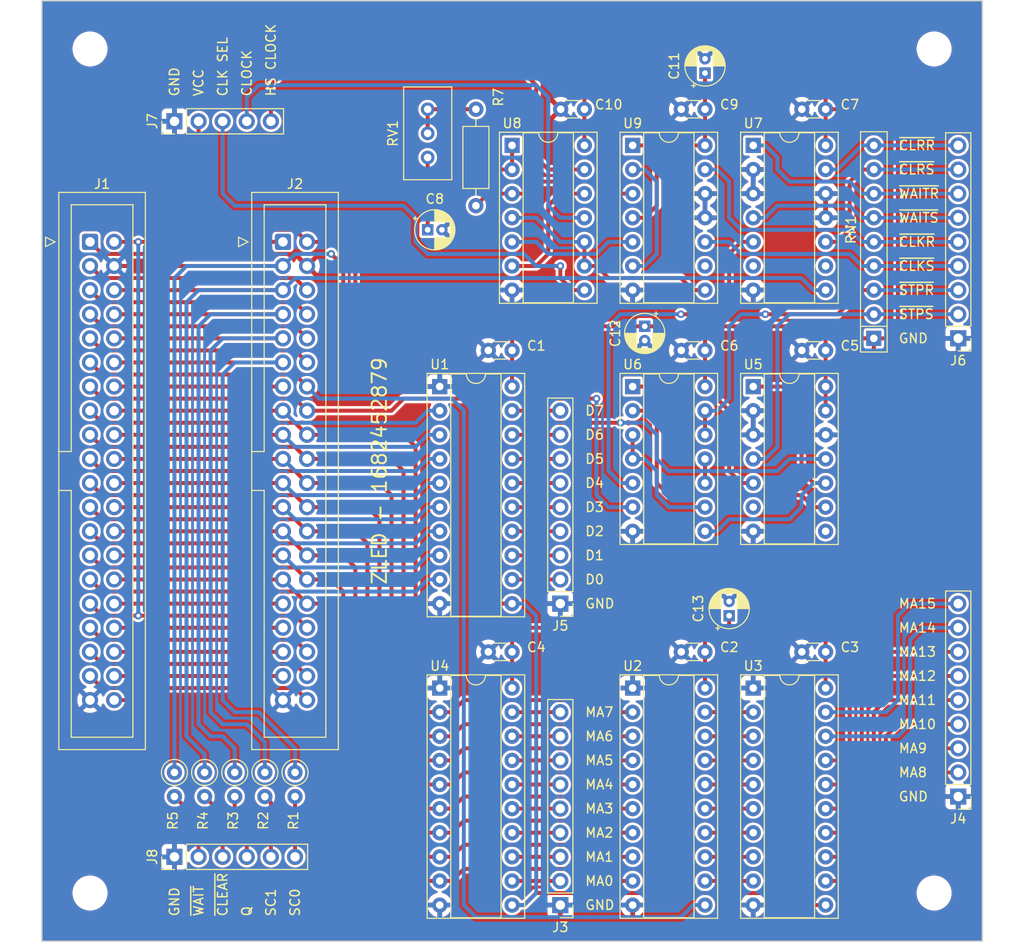
<source format=kicad_pcb>
(kicad_pcb (version 20221018) (generator pcbnew)
  (title_block (title "LED and stepper PCB") (date "2023-04-25") (rev "1") (company "ZLED"))
  (layers (0 "F.Cu" signal) (31 "B.Cu" signal) (34 "B.Paste" user) (35 "F.Paste" user) (36 "B.SilkS" user "B.Silkscreen") (37 "F.SilkS" user "F.Silkscreen") (38 "B.Mask" user) (39 "F.Mask" user) (44 "Edge.Cuts" user))
  (net 0 "")
  (net 1 "CLOCK")
  (net 2 "VCC")
  (net 3 "~{WAIT}")
  (net 4 "GND")
  (net 5 "~{CLEAR}")
  (net 6 "~{DMA IN}")
  (net 7 "Q")
  (net 8 "~{DMA OUT}")
  (net 9 "SC1")
  (net 10 "~{INTERRUPT}")
  (net 11 "SC0")
  (net 12 "~{MWR}")
  (net 13 "~{MRD}")
  (net 14 "TPA")
  (net 15 "D7")
  (net 16 "TPB")
  (net 17 "D6")
  (net 18 "MA7")
  (net 19 "D5")
  (net 20 "MA6")
  (net 21 "D4")
  (net 22 "MA5")
  (net 23 "D3")
  (net 24 "MA4")
  (net 25 "D2")
  (net 26 "MA3")
  (net 27 "D1")
  (net 28 "MA2")
  (net 29 "D0")
  (net 30 "MA1")
  (net 31 "MA0")
  (net 32 "N2")
  (net 33 "~{EF1}")
  (net 34 "N1")
  (net 35 "~{EF2}")
  (net 36 "N0")
  (net 37 "~{EF3}")
  (net 38 "~{EF4}")
  (net 39 "DOUT7")
  (net 40 "DOUT6")
  (net 41 "DOUT5")
  (net 42 "DOUT4")
  (net 43 "DOUT3")
  (net 44 "DOUT2")
  (net 45 "DOUT1")
  (net 46 "DOUT0")
  (net 47 "Net-(U2-Q7)")
  (net 48 "Net-(U2-Q6)")
  (net 49 "Net-(U2-Q5)")
  (net 50 "Net-(U2-Q4)")
  (net 51 "Net-(U2-Q3)")
  (net 52 "Net-(U2-Q2)")
  (net 53 "Net-(U2-Q1)")
  (net 54 "Net-(U2-Q0)")
  (net 55 "AOUT7")
  (net 56 "AOUT6")
  (net 57 "AOUT5")
  (net 58 "AOUT4")
  (net 59 "AOUT3")
  (net 60 "AOUT2")
  (net 61 "AOUT1")
  (net 62 "AOUT0")
  (net 63 "AOUT15")
  (net 64 "AOUT14")
  (net 65 "AOUT13")
  (net 66 "AOUT12")
  (net 67 "AOUT11")
  (net 68 "AOUT10")
  (net 69 "AOUT9")
  (net 70 "AOUT8")
  (net 71 "~{STEP RESET}")
  (net 72 "~{STEP SET}")
  (net 73 "Net-(U5A-Q)")
  (net 76 "Net-(U5B-Q)")
  (net 77 "Net-(U6-Pad3)")
  (net 78 "Net-(U7A-Q)")
  (net 79 "~{WAIT RESET}")
  (net 80 "~{WAIT SET}")
  (net 82 "~{CLOCK SET}")
  (net 83 "~{CLEAR SET}")
  (net 84 "~{CLEAR RESET}")
  (net 85 "~{CLOCK RESET}")
  (net 87 "Net-(C8-Pad1)")
  (net 88 "Net-(U5A-~{R})")
  (net 89 "Net-(U6-Pad10)")
  (net 90 "Net-(U9A-C)")
  (net 91 "Net-(U9B-~{Q})")
  (net 92 "Net-(U8-Pad12)")
  (net 93 "CLK SEL")
  (net 94 "CLK OUT")
  (net 95 "HS CLK")
  (net 96 "Net-(U9A-Q)")
  (net 97 "Net-(U9A-D)")
  (net 99 "Net-(R7-Pad1)")
  (net 100 "Net-(J8-Pin_2)")
  (net 101 "Net-(J8-Pin_3)")
  (net 102 "Net-(J8-Pin_4)")
  (net 103 "Net-(J8-Pin_5)")
  (net 104 "Net-(J8-Pin_6)")
  (footprint "Package_DIP:DIP-14_W7.62mm_Socket" (layer "F.Cu") (at 182.88 60.96)
    (fp_text reference "U7")
    (fp_text value "74HC74")
  )
  (footprint "Resistor_THT:R_Axial_DIN0207_L6.3mm_D2.5mm_P2.54mm_Vertical" (layer "F.Cu") (at 128.27 127 -90)
    (fp_text reference "R3")
    (fp_text value "1k")
  )
  (footprint "Capacitor_THT:C_Disc_D3.0mm_W1.6mm_P2.50mm" (layer "F.Cu") (at 157.48 114.3 180)
    (fp_text reference "C4")
    (fp_text value "100nF")
  )
  (footprint "Connector_IDC:IDC-Header_2x20_P2.54mm_Vertical" (layer "F.Cu") (at 113.03 71.12)
    (fp_text reference "J1")
    (fp_text value "Conn_02x20_Odd_Even")
  )
  (footprint "Package_DIP:DIP-20_W7.62mm_Socket" (layer "F.Cu") (at 149.86 118.11)
    (fp_text reference "U4")
    (fp_text value "74HC574")
  )
  (footprint "Package_DIP:DIP-14_W7.62mm_Socket" (layer "F.Cu") (at 182.88 86.36)
    (fp_text reference "U5")
    (fp_text value "74HC74")
  )
  (footprint "Connector_IDC:IDC-Header_2x20_P2.54mm_Vertical" (layer "F.Cu") (at 133.35 71.12)
    (fp_text reference "J2")
    (fp_text value "Conn_02x20_Odd_Even")
  )
  (footprint "Package_DIP:DIP-20_W7.62mm_Socket" (layer "F.Cu") (at 182.88 118.11)
    (fp_text reference "U3")
    (fp_text value "74HC574")
  )
  (footprint "MountingHole:MountingHole_3.2mm_M3" (layer "F.Cu") (at 113.03 50.8)
    (fp_text reference "REF**" hide)
    (fp_text value "MountingHole_3.2mm_M3")
  )
  (footprint "MountingHole:MountingHole_3.2mm_M3" (layer "F.Cu") (at 201.93 50.8)
    (fp_text reference "REF**" hide)
    (fp_text value "MountingHole_3.2mm_M3")
  )
  (footprint "Connector_PinHeader_2.54mm:PinHeader_1x09_P2.54mm_Vertical" (layer "F.Cu") (at 162.56 140.97 180)
    (fp_text reference "J3")
    (fp_text value "Conn_01x09_Pin")
  )
  (footprint "Resistor_THT:R_Axial_DIN0207_L6.3mm_D2.5mm_P2.54mm_Vertical" (layer "F.Cu") (at 121.92 127 -90)
    (fp_text reference "R5")
    (fp_text value "1k")
  )
  (footprint "Capacitor_THT:C_Disc_D3.0mm_W1.6mm_P2.50mm" (layer "F.Cu") (at 165.1 57.15 180)
    (fp_text reference "C10")
    (fp_text value "100nF")
  )
  (footprint "Connector_PinHeader_2.54mm:PinHeader_1x05_P2.54mm_Vertical" (layer "F.Cu") (at 121.92 58.42 90)
    (fp_text reference "J7")
    (fp_text value "Conn_01x05_Pin")
  )
  (footprint "Capacitor_THT:C_Disc_D3.0mm_W1.6mm_P2.50mm" (layer "F.Cu") (at 190.5 82.55 180)
    (fp_text reference "C5")
    (fp_text value "100nF")
  )
  (footprint "Capacitor_THT:C_Disc_D3.0mm_W1.6mm_P2.50mm" (layer "F.Cu") (at 190.5 114.3 180)
    (fp_text reference "C3")
    (fp_text value "100nF")
  )
  (footprint "Package_DIP:DIP-14_W7.62mm_Socket" (layer "F.Cu") (at 157.48 60.96)
    (fp_text reference "U8")
    (fp_text value "74HC132")
  )
  (footprint "Resistor_THT:R_Array_SIP9" (layer "F.Cu") (at 195.58 81.28 90)
    (fp_text reference "RN1")
    (fp_text value "10k")
  )
  (footprint "Package_DIP:DIP-14_W7.62mm_Socket" (layer "F.Cu") (at 170.18 60.96)
    (fp_text reference "U9")
    (fp_text value "74HC74")
  )
  (footprint "Capacitor_THT:CP_Radial_D4.0mm_P1.50mm" (layer "F.Cu") (at 148.59 69.85)
    (fp_text reference "C8")
    (fp_text value "1uF")
  )
  (footprint "MountingHole:MountingHole_3.2mm_M3" (layer "F.Cu") (at 201.93 139.7)
    (fp_text reference "REF**" hide)
    (fp_text value "MountingHole_3.2mm_M3")
  )
  (footprint "Capacitor_THT:C_Disc_D3.0mm_W1.6mm_P2.50mm" (layer "F.Cu") (at 177.8 57.15 180)
    (fp_text reference "C9")
    (fp_text value "100nF")
  )
  (footprint "Resistor_THT:R_Axial_DIN0207_L6.3mm_D2.5mm_P2.54mm_Vertical" (layer "F.Cu") (at 134.62 127 -90)
    (fp_text reference "R1")
    (fp_text value "1k")
  )
  (footprint "Capacitor_THT:C_Disc_D3.0mm_W1.6mm_P2.50mm" (layer "F.Cu") (at 190.5 57.15 180)
    (fp_text reference "C7")
    (fp_text value "100nF")
  )
  (footprint "Connector_PinHeader_2.54mm:PinHeader_1x09_P2.54mm_Vertical" (layer "F.Cu") (at 162.56 109.22 180)
    (fp_text reference "J5")
    (fp_text value "Conn_01x09_Pin")
  )
  (footprint "Connector_PinHeader_2.54mm:PinHeader_1x06_P2.54mm_Vertical" (layer "F.Cu") (at 121.92 135.89 90)
    (fp_text reference "J8")
    (fp_text value "Conn_01x06_Pin")
  )
  (footprint "Potentiometer_THT:Potentiometer_Bourns_3296W_Vertical" (layer "F.Cu") (at 148.59 57.15 90)
    (fp_text reference "RV1")
    (fp_text value "10k")
  )
  (footprint "Capacitor_THT:C_Disc_D3.0mm_W1.6mm_P2.50mm" (layer "F.Cu") (at 177.8 82.55 180)
    (fp_text reference "C6")
    (fp_text value "100nF")
  )
  (footprint "Capacitor_THT:CP_Radial_D4.0mm_P1.50mm" (layer "F.Cu") (at 171.45 80.01 -90)
    (fp_text reference "C12")
    (fp_text value "22uF")
  )
  (footprint "Package_DIP:DIP-20_W7.62mm_Socket" (layer "F.Cu") (at 170.18 118.11)
    (fp_text reference "U2")
    (fp_text value "74HC573")
  )
  (footprint "Capacitor_THT:C_Disc_D3.0mm_W1.6mm_P2.50mm" (layer "F.Cu") (at 177.8 114.3 180)
    (fp_text reference "C2")
    (fp_text value "100nF")
  )
  (footprint "Capacitor_THT:C_Disc_D3.0mm_W1.6mm_P2.50mm" (layer "F.Cu") (at 157.48 82.55 180)
    (fp_text reference "C1")
    (fp_text value "100nF")
  )
  (footprint "Capacitor_THT:CP_Radial_D4.0mm_P1.50mm" (layer "F.Cu") (at 180.34 110.49 90)
    (fp_text reference "C13")
    (fp_text value "22uF")
  )
  (footprint "Connector_PinHeader_2.54mm:PinHeader_1x09_P2.54mm_Vertical" (layer "F.Cu") (at 204.47 81.28 180)
    (fp_text reference "J6")
    (fp_text value "Conn_01x09_Pin")
  )
  (footprint "Connector_PinHeader_2.54mm:PinHeader_1x09_P2.54mm_Vertical" (layer "F.Cu") (at 204.47 129.54 180)
    (fp_text reference "J4")
    (fp_text value "Conn_01x09_Pin")
  )
  (footprint "Package_DIP:DIP-14_W7.62mm_Socket" (layer "F.Cu") (at 170.18 86.36)
    (fp_text reference "U6")
    (fp_text value "74HC132")
  )
  (footprint "Resistor_THT:R_Axial_DIN0207_L6.3mm_D2.5mm_P2.54mm_Vertical" (layer "F.Cu") (at 131.445 127 -90)
    (fp_text reference "R2")
    (fp_text value "1k")
  )
  (footprint "MountingHole:MountingHole_3.2mm_M3" (layer "F.Cu") (at 113.03 139.7)
    (fp_text reference "REF**" hide)
    (fp_text value "MountingHole_3.2mm_M3")
  )
  (footprint "Resistor_THT:R_Axial_DIN0207_L6.3mm_D2.5mm_P10.16mm_Horizontal" (layer "F.Cu") (at 153.67 57.15 -90)
    (fp_text reference "R7")
    (fp_text value "4k7")
  )
  (footprint "Capacitor_THT:CP_Radial_D4.0mm_P1.50mm" (layer "F.Cu") (at 177.8 53.34 90)
    (fp_text reference "C11")
    (fp_text value "22uF")
  )
  (footprint "Package_DIP:DIP-20_W7.62mm_Socket" (layer "F.Cu") (at 149.86 86.36)
    (fp_text reference "U1")
    (fp_text value "74HC574")
  )
  (footprint "Resistor_THT:R_Axial_DIN0207_L6.3mm_D2.5mm_P2.54mm_Vertical" (layer "F.Cu") (at 125.095 127 -90)
    (fp_text reference "R4")
    (fp_text value "1k")
  )
  (gr_rect (start 107.95 45.72) (end 207.01 144.78) (stroke (width 0.15)) (fill none) (layer "Edge.Cuts"))
  (gr_text "GND" (at 121.92 142.24 90) (layer "F.SilkS") (effects (font (size 1 1)) (justify left)))
  (gr_text "D5" (at 165.1 93.98) (layer "F.SilkS") (effects (font (size 1 1)) (justify left)))
  (gr_text "MA2" (at 165.1 133.35) (layer "F.SilkS") (effects (font (size 1 1)) (justify left)))
  (gr_text "MA3" (at 165.1 130.81) (layer "F.SilkS") (effects (font (size 1 1)) (justify left)))
  (gr_text "ZLED - 1682452879" (at 143.51 95.25 90) (layer "F.SilkS") (effects (font (size 1.5 1.5) (thickness 0.2))))
  (gr_text "~{CLKS}" (at 198.12 73.66) (layer "F.SilkS") (effects (font (size 1 1)) (justify left)))
  (gr_text "MA5" (at 165.1 125.73) (layer "F.SilkS") (effects (font (size 1 1)) (justify left)))
  (gr_text "D2" (at 165.1 101.6) (layer "F.SilkS") (effects (font (size 1 1)) (justify left)))
  (gr_text "SC1" (at 132.08 142.24 90) (layer "F.SilkS") (effects (font (size 1 1)) (justify left)))
  (gr_text "SC0" (at 134.62 142.24 90) (layer "F.SilkS") (effects (font (size 1 1)) (justify left)))
  (gr_text "MA12" (at 198.12 116.84) (layer "F.SilkS") (effects (font (size 1 1)) (justify left)))
  (gr_text "HS CLOCK" (at 132.08 55.88 90) (layer "F.SilkS") (effects (font (size 1 1)) (justify left)))
  (gr_text "D4" (at 165.1 96.52) (layer "F.SilkS") (effects (font (size 1 1)) (justify left)))
  (gr_text "MA0" (at 165.1 138.43) (layer "F.SilkS") (effects (font (size 1 1)) (justify left)))
  (gr_text "CLOCK" (at 129.54 55.88 90) (layer "F.SilkS") (effects (font (size 1 1)) (justify left)))
  (gr_text "~{WAITS}" (at 198.12 68.58) (layer "F.SilkS") (effects (font (size 1 1)) (justify left)))
  (gr_text "D6" (at 165.1 91.44) (layer "F.SilkS") (effects (font (size 1 1)) (justify left)))
  (gr_text "~{CLKR}" (at 198.12 71.12) (layer "F.SilkS") (effects (font (size 1 1)) (justify left)))
  (gr_text "MA8" (at 198.12 127) (layer "F.SilkS") (effects (font (size 1 1)) (justify left)))
  (gr_text "Q" (at 129.54 142.24 90) (layer "F.SilkS") (effects (font (size 1 1)) (justify left)))
  (gr_text "GND" (at 198.12 81.28) (layer "F.SilkS") (effects (font (size 1 1)) (justify left)))
  (gr_text "GND" (at 165.1 109.22) (layer "F.SilkS") (effects (font (size 1 1)) (justify left)))
  (gr_text "MA7" (at 165.1 120.65) (layer "F.SilkS") (effects (font (size 1 1)) (justify left)))
  (gr_text "MA9" (at 198.12 124.46) (layer "F.SilkS") (effects (font (size 1 1)) (justify left)))
  (gr_text "GND" (at 165.1 140.97) (layer "F.SilkS") (effects (font (size 1 1)) (justify left)))
  (gr_text "~{CLEAR}" (at 127 142.24 90) (layer "F.SilkS") (effects (font (size 1 1)) (justify left)))
  (gr_text "~{STPS}" (at 198.12 78.74) (layer "F.SilkS") (effects (font (size 1 1)) (justify left)))
  (gr_text "MA11" (at 198.12 119.38) (layer "F.SilkS") (effects (font (size 1 1)) (justify left)))
  (gr_text "MA14" (at 198.12 111.76) (layer "F.SilkS") (effects (font (size 1 1)) (justify left)))
  (gr_text "MA1" (at 165.1 135.89) (layer "F.SilkS") (effects (font (size 1 1)) (justify left)))
  (gr_text "MA15" (at 198.12 109.22) (layer "F.SilkS") (effects (font (size 1 1)) (justify left)))
  (gr_text "D3" (at 165.1 99.06) (layer "F.SilkS") (effects (font (size 1 1)) (justify left)))
  (gr_text "~{WAIT}" (at 124.46 142.24 90) (layer "F.SilkS") (effects (font (size 1 1)) (justify left)))
  (gr_text "~{STPR}" (at 198.12 76.2) (layer "F.SilkS") (effects (font (size 1 1)) (justify left)))
  (gr_text "GND" (at 198.12 129.54) (layer "F.SilkS") (effects (font (size 1 1)) (justify left)))
  (gr_text "~{CLRS}" (at 198.12 63.5) (layer "F.SilkS") (effects (font (size 1 1)) (justify left)))
  (gr_text "MA6" (at 165.1 123.19) (layer "F.SilkS") (effects (font (size 1 1)) (justify left)))
  (gr_text "CLK SEL" (at 127 55.88 90) (layer "F.SilkS") (effects (font (size 1 1)) (justify left)))
  (gr_text "~{CLRR}" (at 198.12 60.96) (layer "F.SilkS") (effects (font (size 1 1)) (justify left)))
  (gr_text "VCC" (at 124.46 55.88 90) (layer "F.SilkS") (effects (font (size 1 1)) (justify left)))
  (gr_text "D0" (at 165.1 106.68) (layer "F.SilkS") (effects (font (size 1 1)) (justify left)))
  (gr_text "GND" (at 121.92 55.88 90) (layer "F.SilkS") (effects (font (size 1 1)) (justify left)))
  (gr_text "MA13" (at 198.12 114.3) (layer "F.SilkS") (effects (font (size 1 1)) (justify left)))
  (gr_text "~{WAITR}" (at 198.12 66.04) (layer "F.SilkS") (effects (font (size 1 1)) (justify left)))
  (gr_text "D7" (at 165.1 88.9) (layer "F.SilkS") (effects (font (size 1 1)) (justify left)))
  (gr_text "MA10" (at 198.12 121.92) (layer "F.SilkS") (effects (font (size 1 1)) (justify left)))
  (gr_text "MA4" (at 165.1 128.27) (layer "F.SilkS") (effects (font (size 1 1)) (justify left)))
  (gr_text "D1" (at 165.1 104.14) (layer "F.SilkS") (effects (font (size 1 1)) (justify left)))
  (segment (start 119.38 72.39) (end 120.65 71.12) (width 0.42) (layer "F.Cu") (net 1))
  (segment (start 120.65 71.12) (end 133.35 71.12) (width 0.42) (layer "F.Cu") (net 1))
  (segment (start 114.3 72.39) (end 119.38 72.39) (width 0.42) (layer "F.Cu") (net 1))
  (segment (start 113.03 71.12) (end 114.3 72.39) (width 0.42) (layer "F.Cu") (net 1))
  (segment (start 158.75 111.76) (end 177.8 111.76) (width 0.42) (layer "F.Cu") (net 2))
  (segment (start 190.5 82.55) (end 190.5 86.36) (width 0.42) (layer "F.Cu") (net 2))
  (segment (start 195.58 110.49) (end 195.58 81.28) (width 0.42) (layer "F.Cu") (net 2))
  (segment (start 189.23 54.61) (end 177.8 54.61) (width 0.42) (layer "F.Cu") (net 2))
  (segment (start 194.31 111.76) (end 195.58 110.49) (width 0.42) (layer "F.Cu") (net 2))
  (segment (start 170.18 60.96) (end 172.72 60.96) (width 0.42) (layer "F.Cu") (net 2))
  (segment (start 119.38 71.12) (end 120.65 69.85) (width 0.42) (layer "F.Cu") (net 2))
  (segment (start 165.1 60.96) (end 165.1 57.15) (width 0.42) (layer "F.Cu") (net 2))
  (segment (start 157.48 82.55) (end 157.48 86.36) (width 0.42) (layer "F.Cu") (net 2))
  (segment (start 134.62 69.85) (end 135.89 71.12) (width 0.42) (layer "F.Cu") (net 2))
  (segment (start 157.48 115.57) (end 157.48 118.11) (width 0.42) (layer "F.Cu") (net 2))
  (segment (start 177.8 60.96) (end 177.8 57.15) (width 0.42) (layer "F.Cu") (net 2))
  (segment (start 157.48 114.3) (end 157.48 113.03) (width 0.42) (layer "F.Cu") (net 2))
  (segment (start 177.8 111.76) (end 180.34 111.76) (width 0.42) (layer "F.Cu") (net 2))
  (segment (start 166.37 54.61) (end 165.1 55.88) (width 0.42) (layer "F.Cu") (net 2))
  (segment (start 193.04 81.28) (end 195.58 81.28) (width 0.42) (layer "F.Cu") (net 2))
  (segment (start 180.34 110.49) (end 180.34 111.76) (width 0.42) (layer "F.Cu") (net 2))
  (segment (start 177.8 82.55) (end 177.8 80.01) (width 0.42) (layer "F.Cu") (net 2))
  (segment (start 177.8 114.3) (end 177.8 111.76) (width 0.42) (layer "F.Cu") (net 2))
  (segment (start 177.8 53.34) (end 177.8 54.61) (width 0.42) (layer "F.Cu") (net 2))
  (segment (start 135.89 71.12) (end 139.7 71.12) (width 0.42) (layer "F.Cu") (net 2))
  (segment (start 119.38 110.49) (end 120.65 109.22) (width 0.42) (layer "F.Cu") (net 2))
  (segment (start 190.5 80.01) (end 191.77 80.01) (width 0.42) (layer "F.Cu") (net 2))
  (segment (start 177.8 80.01) (end 190.5 80.01) (width 0.42) (layer "F.Cu") (net 2))
  (segment (start 157.48 80.01) (end 177.8 80.01) (width 0.42) (layer "F.Cu") (net 2))
  (segment (start 172.72 60.96) (end 177.8 60.96) (width 0.42) (layer "F.Cu") (net 2))
  (segment (start 165.1 55.88) (end 165.1 57.15) (width 0.42) (layer "F.Cu") (net 2))
  (segment (start 190.5 115.57) (end 190.5 118.11) (width 0.42) (layer "F.Cu") (net 2))
  (segment (start 177.8 115.57) (end 177.8 118.11) (width 0.42) (layer "F.Cu") (net 2))
  (segment (start 190.5 86.36) (end 190.5 88.9) (width 0.42) (layer "F.Cu") (net 2))
  (segment (start 195.58 81.28) (end 196.85 81.28) (width 0.42) (layer "F.Cu") (net 2))
  (segment (start 115.57 71.12) (end 118.11 71.12) (width 0.42) (layer "F.Cu") (net 2))
  (segment (start 196.85 81.28) (end 198.12 80.01) (width 0.42) (layer "F.Cu") (net 2))
  (segment (start 166.37 54.61) (end 177.8 54.61) (width 0.42) (layer "F.Cu") (net 2))
  (segment (start 120.65 69.85) (end 124.46 69.85) (width 0.42) (layer "F.Cu") (net 2))
  (segment (start 157.48 113.03) (end 158.75 111.76) (width 0.42) (layer "F.Cu") (net 2))
  (segment (start 190.5 57.15) (end 190.5 60.96) (width 0.42) (layer "F.Cu") (net 2))
  (segment (start 157.48 82.55) (end 157.48 80.01) (width 0.42) (layer "F.Cu") (net 2))
  (segment (start 177.8 114.3) (end 177.8 115.57) (width 0.42) (layer "F.Cu") (net 2))
  (segment (start 124.46 69.85) (end 134.62 69.85) (width 0.42) (layer "F.Cu") (net 2))
  (segment (start 140.97 78.74) (end 142.24 80.01) (width 0.42) (layer "F.Cu") (net 2))
  (segment (start 177.8 82.55) (end 177.8 86.36) (width 0.42) (layer "F.Cu") (net 2))
  (segment (start 170.18 68.58) (end 171.45 68.58) (width 0.42) (layer "F.Cu") (net 2))
  (segment (start 180.34 111.76) (end 190.5 111.76) (width 0.42) (layer "F.Cu") (net 2))
  (segment (start 198.12 80.01) (end 198.12 58.42) (width 0.42) (layer "F.Cu") (net 2))
  (segment (start 124.46 58.42) (end 124.46 69.85) (width 0.42) (layer "F.Cu") (net 2))
  (segment (start 177.8 57.15) (end 177.8 54.61) (width 0.42) (layer "F.Cu") (net 2))
  (segment (start 198.12 58.42) (end 196.85 57.15) (width 0.42) (layer "F.Cu") (net 2))
  (segment (start 171.45 68.58) (end 172.72 67.31) (width 0.42) (layer "F.Cu") (net 2))
  (segment (start 196.85 57.15) (end 190.5 57.15) (width 0.42) (layer "F.Cu") (net 2))
  (segment (start 190.5 114.3) (end 190.5 111.76) (width 0.42) (layer "F.Cu") (net 2))
  (segment (start 120.65 109.22) (end 133.35 109.22) (width 0.42) (layer "F.Cu") (net 2))
  (segment (start 142.24 80.01) (end 157.48 80.01) (width 0.42) (layer "F.Cu") (net 2))
  (segment (start 139.7 71.12) (end 140.97 72.39) (width 0.42) (layer "F.Cu") (net 2))
  (segment (start 191.77 80.01) (end 193.04 81.28) (width 0.42) (layer "F.Cu") (net 2))
  (segment (start 118.11 110.49) (end 119.38 110.49) (width 0.42) (layer "F.Cu") (net 2))
  (segment (start 140.97 72.39) (end 140.97 78.74) (width 0.42) (layer "F.Cu") (net 2))
  (segment (start 190.5 114.3) (end 190.5 115.57) (width 0.42) (layer "F.Cu") (net 2))
  (segment (start 190.5 55.88) (end 189.23 54.61) (width 0.42) (layer "F.Cu") (net 2))
  (segment (start 172.72 67.31) (end 172.72 60.96) (width 0.42) (layer "F.Cu") (net 2))
  (segment (start 157.48 114.3) (end 157.48 115.57) (width 0.42) (layer "F.Cu") (net 2))
  (segment (start 113.03 109.22) (end 114.3 110.49) (width 0.42) (layer "F.Cu") (net 2))
  (segment (start 114.3 110.49) (end 118.11 110.49) (width 0.42) (layer "F.Cu") (net 2))
  (segment (start 190.5 57.15) (end 190.5 55.88) (width 0.42) (layer "F.Cu") (net 2))
  (segment (start 190.5 111.76) (end 194.31 111.76) (width 0.42) (layer "F.Cu") (net 2))
  (segment (start 190.5 82.55) (end 190.5 80.01) (width 0.42) (layer "F.Cu") (net 2))
  (segment (start 118.11 71.12) (end 119.38 71.12) (width 0.42) (layer "F.Cu") (net 2))
  (via (at 118.11 110.49) (size 0.8) (drill 0.4) (layers "F.Cu" "B.Cu") (net 2))
  (via (at 118.11 71.12) (size 0.8) (drill 0.4) (layers "F.Cu" "B.Cu") (net 2))
  (segment (start 118.11 110.49) (end 118.11 71.12) (width 0.42) (layer "B.Cu") (net 2))
  (segment (start 120.65 73.66) (end 133.35 73.66) (width 0.42) (layer "F.Cu") (net 3))
  (segment (start 140.97 83.82) (end 151.13 83.82) (width 0.42) (layer "F.Cu") (net 3))
  (segment (start 114.3 74.93) (end 119.38 74.93) (width 0.42) (layer "F.Cu") (net 3))
  (segment (start 139.7 82.55) (end 140.97 83.82) (width 0.42) (layer "F.Cu") (net 3))
  (segment (start 151.13 83.82) (end 154.94 87.63) (width 0.42) (layer "F.Cu") (net 3))
  (segment (start 154.94 87.63) (end 166.37 87.63) (width 0.42) (layer "F.Cu") (net 3))
  (segment (start 138.43 72.39) (end 139.7 73.66) (width 0.42) (layer "F.Cu") (net 3))
  (segment (start 113.03 73.66) (end 114.3 74.93) (width 0.42) (layer "F.Cu") (net 3))
  (segment (start 139.7 73.66) (end 139.7 82.55) (width 0.42) (layer "F.Cu") (net 3))
  (segment (start 119.38 74.93) (end 120.65 73.66) (width 0.42) (layer "F.Cu") (net 3))
  (via (at 166.37 87.63) (size 0.8) (drill 0.4) (layers "F.Cu" "B.Cu") (net 3))
  (via (at 138.43 72.39) (size 0.8) (drill 0.4) (layers "F.Cu" "B.Cu") (net 3))
  (segment (start 123.19 73.66) (end 133.35 73.66) (width 0.42) (layer "B.Cu") (net 3))
  (segment (start 170.18 99.06) (end 167.64 99.06) (width 0.42) (layer "B.Cu") (net 3))
  (segment (start 133.35 73.66) (end 134.62 72.39) (width 0.42) (layer "B.Cu") (net 3))
  (segment (start 121.92 74.93) (end 123.19 73.66) (width 0.42) (layer "B.Cu") (net 3))
  (segment (start 167.64 99.06) (end 166.37 97.79) (width 0.42) (layer "B.Cu") (net 3))
  (segment (start 166.37 87.63) (end 166.37 97.79) (width 0.42) (layer "B.Cu") (net 3))
  (segment (start 121.92 127) (end 121.92 74.93) (width 0.42) (layer "B.Cu") (net 3))
  (segment (start 134.62 72.39) (end 138.43 72.39) (width 0.42) (layer "B.Cu") (net 3))
  (segment (start 120.65 72.39) (end 119.38 73.66) (width 0.42) (layer "F.Cu") (net 4))
  (segment (start 119.38 73.66) (end 115.57 73.66) (width 0.42) (layer "F.Cu") (net 4))
  (segment (start 134.62 72.39) (end 120.65 72.39) (width 0.42) (layer "F.Cu") (net 4))
  (segment (start 135.89 73.66) (end 134.62 72.39) (width 0.42) (layer "F.Cu") (net 4))
  (segment (start 113.03 76.2) (end 114.3 77.47) (width 0.42) (layer "F.Cu") (net 5))
  (segment (start 119.38 77.47) (end 120.65 76.2) (width 0.42) (layer "F.Cu") (net 5))
  (segment (start 114.3 77.47) (end 119.38 77.47) (width 0.42) (layer "F.Cu") (net 5))
  (segment (start 120.65 76.2) (end 133.35 76.2) (width 0.42) (layer "F.Cu") (net 5))
  (segment (start 187.96 74.93) (end 189.23 76.2) (width 0.42) (layer "B.Cu") (net 5))
  (segment (start 124.46 76.2) (end 133.35 76.2) (width 0.42) (layer "B.Cu") (net 5))
  (segment (start 125.095 127) (end 125.095 125.095) (width 0.42) (layer "B.Cu") (net 5))
  (segment (start 134.62 74.93) (end 187.96 74.93) (width 0.42) (layer "B.Cu") (net 5))
  (segment (start 125.095 125.095) (end 123.19 123.19) (width 0.42) (layer "B.Cu") (net 5))
  (segment (start 123.19 77.47) (end 124.46 76.2) (width 0.42) (layer "B.Cu") (net 5))
  (segment (start 123.19 123.19) (end 123.19 77.47) (width 0.42) (layer "B.Cu") (net 5))
  (segment (start 133.35 76.2) (end 134.62 74.93) (width 0.42) (layer "B.Cu") (net 5))
  (segment (start 189.23 76.2) (end 190.5 76.2) (width 0.42) (layer "B.Cu") (net 5))
  (segment (start 120.65 74.93) (end 134.62 74.93) (width 0.42) (layer "F.Cu") (net 6))
  (segment (start 119.38 76.2) (end 120.65 74.93) (width 0.42) (layer "F.Cu") (net 6))
  (segment (start 115.57 76.2) (end 119.38 76.2) (width 0.42) (layer "F.Cu") (net 6))
  (segment (start 134.62 74.93) (end 135.89 76.2) (width 0.42) (layer "F.Cu") (net 6))
  (segment (start 119.38 80.01) (end 120.65 78.74) (width 0.42) (layer "F.Cu") (net 7))
  (segment (start 113.03 78.74) (end 114.3 80.01) (width 0.42) (layer "F.Cu") (net 7))
  (segment (start 114.3 80.01) (end 119.38 80.01) (width 0.42) (layer "F.Cu") (net 7))
  (segment (start 120.65 78.74) (end 133.35 78.74) (width 0.42) (layer "F.Cu") (net 7))
  (segment (start 124.46 121.92) (end 124.46 80.01) (width 0.42) (layer "B.Cu") (net 7))
  (segment (start 128.27 127) (end 128.27 124.46) (width 0.42) (layer "B.Cu") (net 7))
  (segment (start 124.46 80.01) (end 125.73 78.74) (width 0.42) (layer "B.Cu") (net 7))
  (segment (start 128.27 124.46) (end 127 123.19) (width 0.42) (layer "B.Cu") (net 7))
  (segment (start 125.73 123.19) (end 124.46 121.92) (width 0.42) (layer "B.Cu") (net 7))
  (segment (start 125.73 78.74) (end 133.35 78.74) (width 0.42) (layer "B.Cu") (net 7))
  (segment (start 127 123.19) (end 125.73 123.19) (width 0.42) (layer "B.Cu") (net 7))
  (segment (start 119.38 78.74) (end 120.65 77.47) (width 0.42) (layer "F.Cu") (net 8))
  (segment (start 134.62 77.47) (end 135.89 78.74) (width 0.42) (layer "F.Cu") (net 8))
  (segment (start 120.65 77.47) (end 134.62 77.47) (width 0.42) (layer "F.Cu") (net 8))
  (segment (start 115.57 78.74) (end 119.38 78.74) (width 0.42) (layer "F.Cu") (net 8))
  (segment (start 114.3 82.55) (end 119.38 82.55) (width 0.42) (layer "F.Cu") (net 9))
  (segment (start 113.03 81.28) (end 114.3 82.55) (width 0.42) (layer "F.Cu") (net 9))
  (segment (start 119.38 82.55) (end 120.65 81.28) (width 0.42) (layer "F.Cu") (net 9))
  (segment (start 120.65 81.28) (end 133.35 81.28) (width 0.42) (layer "F.Cu") (net 9))
  (segment (start 131.445 123.825) (end 129.54 121.92) (width 0.42) (layer "B.Cu") (net 9))
  (segment (start 127 81.28) (end 133.35 81.28) (width 0.42) (layer "B.Cu") (net 9))
  (segment (start 125.73 82.55) (end 127 81.28) (width 0.42) (layer "B.Cu") (net 9))
  (segment (start 129.54 121.92) (end 127 121.92) (width 0.42) (layer "B.Cu") (net 9))
  (segment (start 125.73 120.65) (end 125.73 82.55) (width 0.42) (layer "B.Cu") (net 9))
  (segment (start 131.445 127) (end 131.445 123.825) (width 0.42) (layer "B.Cu") (net 9))
  (segment (start 127 121.92) (end 125.73 120.65) (width 0.42) (layer "B.Cu") (net 9))
  (segment (start 134.62 80.01) (end 135.89 81.28) (width 0.42) (layer "F.Cu") (net 10))
  (segment (start 120.65 80.01) (end 134.62 80.01) (width 0.42) (layer "F.Cu") (net 10))
  (segment (start 115.57 81.28) (end 119.38 81.28) (width 0.42) (layer "F.Cu") (net 10))
  (segment (start 119.38 81.28) (end 120.65 80.01) (width 0.42) (layer "F.Cu") (net 10))
  (segment (start 119.38 85.09) (end 120.65 83.82) (width 0.42) (layer "F.Cu") (net 11))
  (segment (start 120.65 83.82) (end 133.35 83.82) (width 0.42) (layer "F.Cu") (net 11))
  (segment (start 114.3 85.09) (end 119.38 85.09) (width 0.42) (layer "F.Cu") (net 11))
  (segment (start 113.03 83.82) (end 114.3 85.09) (width 0.42) (layer "F.Cu") (net 11))
  (segment (start 127 119.38) (end 127 85.09) (width 0.42) (layer "B.Cu") (net 11))
  (segment (start 127 85.09) (end 128.27 83.82) (width 0.42) (layer "B.Cu") (net 11))
  (segment (start 130.81 120.65) (end 128.27 120.65) (width 0.42) (layer "B.Cu") (net 11))
  (segment (start 128.27 83.82) (end 133.35 83.82) (width 0.42) (layer "B.Cu") (net 11))
  (segment (start 134.62 124.46) (end 130.81 120.65) (width 0.42) (layer "B.Cu") (net 11))
  (segment (start 128.27 120.65) (end 127 119.38) (width 0.42) (layer "B.Cu") (net 11))
  (segment (start 134.62 127) (end 134.62 124.46) (width 0.42) (layer "B.Cu") (net 11))
  (segment (start 134.62 82.55) (end 135.89 83.82) (width 0.42) (layer "F.Cu") (net 12))
  (segment (start 119.38 83.82) (end 120.65 82.55) (width 0.42) (layer "F.Cu") (net 12))
  (segment (start 120.65 82.55) (end 134.62 82.55) (width 0.42) (layer "F.Cu") (net 12))
  (segment (start 115.57 83.82) (end 119.38 83.82) (width 0.42) (layer "F.Cu") (net 12))
  (segment (start 120.65 86.36) (end 133.35 86.36) (width 0.42) (layer "F.Cu") (net 13))
  (segment (start 113.03 86.36) (end 114.3 87.63) (width 0.42) (layer "F.Cu") (net 13))
  (segment (start 119.38 87.63) (end 120.65 86.36) (width 0.42) (layer "F.Cu") (net 13))
  (segment (start 114.3 87.63) (end 119.38 87.63) (width 0.42) (layer "F.Cu") (net 13))
  (segment (start 115.57 86.36) (end 119.38 86.36) (width 0.42) (layer "F.Cu") (net 14))
  (segment (start 134.62 85.09) (end 135.89 86.36) (width 0.42) (layer "F.Cu") (net 14))
  (segment (start 119.38 86.36) (end 120.65 85.09) (width 0.42) (layer "F.Cu") (net 14))
  (segment (start 120.65 85.09) (end 134.62 85.09) (width 0.42) (layer "F.Cu") (net 14))
  (segment (start 152.4 88.9) (end 152.4 140.97) (width 0.42) (layer "B.Cu") (net 14))
  (segment (start 135.89 86.36) (end 137.16 87.63) (width 0.42) (layer "B.Cu") (net 14))
  (segment (start 176.53 140.97) (end 177.8 140.97) (width 0.42) (layer "B.Cu") (net 14))
  (segment (start 151.13 87.63) (end 152.4 88.9) (width 0.42) (layer "B.Cu") (net 14))
  (segment (start 137.16 87.63) (end 151.13 87.63) (width 0.42) (layer "B.Cu") (net 14))
  (segment (start 175.26 142.24) (end 176.53 140.97) (width 0.42) (layer "B.Cu") (net 14))
  (segment (start 153.67 142.24) (end 175.26 142.24) (width 0.42) (layer "B.Cu") (net 14))
  (segment (start 152.4 140.97) (end 153.67 142.24) (width 0.42) (layer "B.Cu") (net 14))
  (segment (start 113.03 88.9) (end 114.3 90.17) (width 0.42) (layer "F.Cu") (net 15))
  (segment (start 120.65 88.9) (end 133.35 88.9) (width 0.42) (layer "F.Cu") (net 15))
  (segment (start 114.3 90.17) (end 119.38 90.17) (width 0.42) (layer "F.Cu") (net 15))
  (segment (start 119.38 90.17) (end 120.65 88.9) (width 0.42) (layer "F.Cu") (net 15))
  (segment (start 148.59 88.9) (end 149.86 88.9) (width 0.42) (layer "B.Cu") (net 15))
  (segment (start 134.62 90.17) (end 147.32 90.17) (width 0.42) (layer "B.Cu") (net 15))
  (segment (start 147.32 90.17) (end 148.59 88.9) (width 0.42) (layer "B.Cu") (net 15))
  (segment (start 133.35 88.9) (end 134.62 90.17) (width 0.42) (layer "B.Cu") (net 15))
  (segment (start 144.78 88.9) (end 146.05 87.63) (width 0.42) (layer "F.Cu") (net 16))
  (segment (start 154.94 88.9) (end 154.94 90.17) (width 0.42) (layer "F.Cu") (net 16))
  (segment (start 154.94 107.95) (end 156.21 109.22) (width 0.42) (layer "F.Cu") (net 16))
  (segment (start 187.96 139.7) (end 189.23 140.97) (width 0.42) (layer "F.Cu") (net 16))
  (segment (start 157.48 140.97) (end 158.75 140.97) (width 0.42) (layer "F.Cu") (net 16))
  (segment (start 119.38 88.9) (end 120.65 87.63) (width 0.42) (layer "F.Cu") (net 16))
  (segment (start 160.02 139.7) (end 187.96 139.7) (width 0.42) (layer "F.Cu") (net 16))
  (segment (start 154.94 90.17) (end 168.91 90.17) (width 0.42) (layer "F.Cu") (net 16))
  (segment (start 120.65 87.63) (end 134.62 87.63) (width 0.42) (layer "F.Cu") (net 16))
  (segment (start 158.75 140.97) (end 160.02 139.7) (width 0.42) (layer "F.Cu") (net 16))
  (segment (start 146.05 87.63) (end 153.67 87.63) (width 0.42) (layer "F.Cu") (net 16))
  (segment (start 134.62 87.63) (end 135.89 88.9) (width 0.42) (layer "F.Cu") (net 16))
  (segment (start 189.23 140.97) (end 190.5 140.97) (width 0.42) (layer "F.Cu") (net 16))
  (segment (start 153.67 87.63) (end 154.94 88.9) (width 0.42) (layer "F.Cu") (net 16))
  (segment (start 115.57 88.9) (end 119.38 88.9) (width 0.42) (layer "F.Cu") (net 16))
  (segment (start 135.89 88.9) (end 144.78 88.9) (width 0.42) (layer "F.Cu") (net 16))
  (segment (start 156.21 109.22) (end 157.48 109.22) (width 0.42) (layer "F.Cu") (net 16))
  (segment (start 154.94 90.17) (end 154.94 107.95) (width 0.42) (layer "F.Cu") (net 16))
  (via (at 168.91 90.17) (size 0.8) (drill 0.4) (layers "F.Cu" "B.Cu") (net 16))
  (segment (start 157.48 140.97) (end 158.75 140.97) (width 0.42) (layer "B.Cu") (net 16))
  (segment (start 171.45 90.17) (end 168.91 90.17) (width 0.42) (layer "B.Cu") (net 16))
  (segment (start 171.45 90.17) (end 172.72 91.44) (width 0.42) (layer "B.Cu") (net 16))
  (segment (start 172.72 91.44) (end 172.72 93.98) (width 0.42) (layer "B.Cu") (net 16))
  (segment (start 185.42 95.25) (end 186.69 93.98) (width 0.42) (layer "B.Cu") (net 16))
  (segment (start 173.99 95.25) (end 185.42 95.25) (width 0.42) (layer "B.Cu") (net 16))
  (segment (start 158.75 109.22) (end 157.48 109.22) (width 0.42) (layer "B.Cu") (net 16))
  (segment (start 158.75 140.97) (end 160.02 139.7) (width 0.42) (layer "B.Cu") (net 16))
  (segment (start 172.72 93.98) (end 173.99 95.25) (width 0.42) (layer "B.Cu") (net 16))
  (segment (start 160.02 139.7) (end 160.02 110.49) (width 0.42) (layer "B.Cu") (net 16))
  (segment (start 186.69 93.98) (end 190.5 93.98) (width 0.42) (layer "B.Cu") (net 16))
  (segment (start 160.02 110.49) (end 158.75 109.22) (width 0.42) (layer "B.Cu") (net 16))
  (segment (start 120.65 91.44) (end 133.35 91.44) (width 0.42) (layer "F.Cu") (net 17))
  (segment (start 114.3 92.71) (end 119.38 92.71) (width 0.42) (layer "F.Cu") (net 17))
  (segment (start 119.38 92.71) (end 120.65 91.44) (width 0.42) (layer "F.Cu") (net 17))
  (segment (start 113.03 91.44) (end 114.3 92.71) (width 0.42) (layer "F.Cu") (net 17))
  (segment (start 134.62 92.71) (end 147.32 92.71) (width 0.42) (layer "B.Cu") (net 17))
  (segment (start 133.35 91.44) (end 134.62 92.71) (width 0.42) (layer "B.Cu") (net 17))
  (segment (start 147.32 92.71) (end 148.59 91.44) (width 0.42) (layer "B.Cu") (net 17))
  (segment (start 148.59 91.44) (end 149.86 91.44) (width 0.42) (layer "B.Cu") (net 17))
  (segment (start 147.32 119.38) (end 148.59 120.65) (width 0.42) (layer "F.Cu") (net 18))
  (segment (start 152.4 119.38) (end 151.13 120.65) (width 0.42) (layer "F.Cu") (net 18))
  (segment (start 148.59 120.65) (end 149.86 120.65) (width 0.42) (layer "F.Cu") (net 18))
  (segment (start 119.38 91.44) (end 120.65 90.17) (width 0.42) (layer "F.Cu") (net 18))
  (segment (start 134.62 90.17) (end 135.89 91.44) (width 0.42) (layer "F.Cu") (net 18))
  (segment (start 165.1 119.38) (end 152.4 119.38) (width 0.42) (layer "F.Cu") (net 18))
  (segment (start 166.37 120.65) (end 165.1 119.38) (width 0.42) (layer "F.Cu") (net 18))
  (segment (start 146.05 91.44) (end 147.32 92.71) (width 0.42) (layer "F.Cu") (net 18))
  (segment (start 170.18 120.65) (end 166.37 120.65) (width 0.42) (layer "F.Cu") (net 18))
  (segment (start 147.32 92.71) (end 147.32 119.38) (width 0.42) (layer "F.Cu") (net 18))
  (segment (start 135.89 91.44) (end 146.05 91.44) (width 0.42) (layer "F.Cu") (net 18))
  (segment (start 115.57 91.44) (end 119.38 91.44) (width 0.42) (layer "F.Cu") (net 18))
  (segment (start 120.65 90.17) (end 134.62 90.17) (width 0.42) (layer "F.Cu") (net 18))
  (segment (start 151.13 120.65) (end 149.86 120.65) (width 0.42) (layer "F.Cu") (net 18))
  (segment (start 113.03 93.98) (end 114.3 95.25) (width 0.42) (layer "F.Cu") (net 19))
  (segment (start 119.38 95.25) (end 120.65 93.98) (width 0.42) (layer "F.Cu") (net 19))
  (segment (start 114.3 95.25) (end 119.38 95.25) (width 0.42) (layer "F.Cu") (net 19))
  (segment (start 120.65 93.98) (end 133.35 93.98) (width 0.42) (layer "F.Cu") (net 19))
  (segment (start 134.62 95.25) (end 147.32 95.25) (width 0.42) (layer "B.Cu") (net 19))
  (segment (start 148.59 93.98) (end 149.86 93.98) (width 0.42) (layer "B.Cu") (net 19))
  (segment (start 133.35 93.98) (end 134.62 95.25) (width 0.42) (layer "B.Cu") (net 19))
  (segment (start 147.32 95.25) (end 148.59 93.98) (width 0.42) (layer "B.Cu") (net 19))
  (segment (start 134.62 92.71) (end 135.89 93.98) (width 0.42) (layer "F.Cu") (net 20))
  (segment (start 135.89 93.98) (end 144.78 93.98) (width 0.42) (layer "F.Cu") (net 20))
  (segment (start 151.13 123.19) (end 149.86 123.19) (width 0.42) (layer "F.Cu") (net 20))
  (segment (start 115.57 93.98) (end 119.38 93.98) (width 0.42) (layer "F.Cu") (net 20))
  (segment (start 144.78 93.98) (end 146.05 95.25) (width 0.42) (layer "F.Cu") (net 20))
  (segment (start 165.1 121.92) (end 152.4 121.92) (width 0.42) (layer "F.Cu") (net 20))
  (segment (start 152.4 121.92) (end 151.13 123.19) (width 0.42) (layer "F.Cu") (net 20))
  (segment (start 147.32 123.19) (end 149.86 123.19) (width 0.42) (layer "F.Cu") (net 20))
  (segment (start 120.65 92.71) (end 134.62 92.71) (width 0.42) (layer "F.Cu") (net 20))
  (segment (start 166.37 123.19) (end 165.1 121.92) (width 0.42) (layer "F.Cu") (net 20))
  (segment (start 146.05 121.92) (end 147.32 123.19) (width 0.42) (layer "F.Cu") (net 20))
  (segment (start 170.18 123.19) (end 166.37 123.19) (width 0.42) (layer "F.Cu") (net 20))
  (segment (start 119.38 93.98) (end 120.65 92.71) (width 0.42) (layer "F.Cu") (net 20))
  (segment (start 146.05 95.25) (end 146.05 121.92) (width 0.42) (layer "F.Cu") (net 20))
  (segment (start 120.65 96.52) (end 133.35 96.52) (width 0.42) (layer "F.Cu") (net 21))
  (segment (start 113.03 96.52) (end 114.3 97.79) (width 0.42) (layer "F.Cu") (net 21))
  (segment (start 114.3 97.79) (end 119.38 97.79) (width 0.42) (layer "F.Cu") (net 21))
  (segment (start 119.38 97.79) (end 120.65 96.52) (width 0.42) (layer "F.Cu") (net 21))
  (segment (start 148.59 96.52) (end 149.86 96.52) (width 0.42) (layer "B.Cu") (net 21))
  (segment (start 134.62 97.79) (end 147.32 97.79) (width 0.42) (layer "B.Cu") (net 21))
  (segment (start 147.32 97.79) (end 148.59 96.52) (width 0.42) (layer "B.Cu") (net 21))
  (segment (start 133.35 96.52) (end 134.62 97.79) (width 0.42) (layer "B.Cu") (net 21))
  (segment (start 120.65 95.25) (end 134.62 95.25) (width 0.42) (layer "F.Cu") (net 22))
  (segment (start 134.62 95.25) (end 135.89 96.52) (width 0.42) (layer "F.Cu") (net 22))
  (segment (start 119.38 96.52) (end 120.65 95.25) (width 0.42) (layer "F.Cu") (net 22))
  (segment (start 152.4 124.46) (end 151.13 125.73) (width 0.42) (layer "F.Cu") (net 22))
  (segment (start 166.37 125.73) (end 165.1 124.46) (width 0.42) (layer "F.Cu") (net 22))
  (segment (start 135.89 96.52) (end 143.51 96.52) (width 0.42) (layer "F.Cu") (net 22))
  (segment (start 165.1 124.46) (end 152.4 124.46) (width 0.42) (layer "F.Cu") (net 22))
  (segment (start 144.78 124.46) (end 146.05 125.73) (width 0.42) (layer "F.Cu") (net 22))
  (segment (start 170.18 125.73) (end 166.37 125.73) (width 0.42) (layer "F.Cu") (net 22))
  (segment (start 151.13 125.73) (end 149.86 125.73) (width 0.42) (layer "F.Cu") (net 22))
  (segment (start 143.51 96.52) (end 144.78 97.79) (width 0.42) (layer "F.Cu") (net 22))
  (segment (start 144.78 97.79) (end 144.78 124.46) (width 0.42) (layer "F.Cu") (net 22))
  (segment (start 115.57 96.52) (end 119.38 96.52) (width 0.42) (layer "F.Cu") (net 22))
  (segment (start 146.05 125.73) (end 149.86 125.73) (width 0.42) (layer "F.Cu") (net 22))
  (segment (start 119.38 100.33) (end 120.65 99.06) (width 0.42) (layer "F.Cu") (net 23))
  (segment (start 113.03 99.06) (end 114.3 100.33) (width 0.42) (layer "F.Cu") (net 23))
  (segment (start 120.65 99.06) (end 133.35 99.06) (width 0.42) (layer "F.Cu") (net 23))
  (segment (start 114.3 100.33) (end 119.38 100.33) (width 0.42) (layer "F.Cu") (net 23))
  (segment (start 133.35 99.06) (end 134.62 100.33) (width 0.42) (layer "B.Cu") (net 23))
  (segment (start 134.62 100.33) (end 147.32 100.33) (width 0.42) (layer "B.Cu") (net 23))
  (segment (start 148.59 99.06) (end 149.86 99.06) (width 0.42) (layer "B.Cu") (net 23))
  (segment (start 147.32 100.33) (end 148.59 99.06) (width 0.42) (layer "B.Cu") (net 23))
  (segment (start 135.89 99.06) (end 142.24 99.06) (width 0.42) (layer "F.Cu") (net 24))
  (segment (start 144.78 128.27) (end 149.86 128.27) (width 0.42) (layer "F.Cu") (net 24))
  (segment (start 151.13 128.27) (end 149.86 128.27) (width 0.42) (layer "F.Cu") (net 24))
  (segment (start 142.24 99.06) (end 143.51 100.33) (width 0.42) (layer "F.Cu") (net 24))
  (segment (start 119.38 99.06) (end 120.65 97.79) (width 0.42) (layer "F.Cu") (net 24))
  (segment (start 115.57 99.06) (end 119.38 99.06) (width 0.42) (layer "F.Cu") (net 24))
  (segment (start 120.65 97.79) (end 134.62 97.79) (width 0.42) (layer "F.Cu") (net 24))
  (segment (start 143.51 100.33) (end 143.51 127) (width 0.42) (layer "F.Cu") (net 24))
  (segment (start 134.62 97.79) (end 135.89 99.06) (width 0.42) (layer "F.Cu") (net 24))
  (segment (start 152.4 127) (end 151.13 128.27) (width 0.42) (layer "F.Cu") (net 24))
  (segment (start 165.1 127) (end 152.4 127) (width 0.42) (layer "F.Cu") (net 24))
  (segment (start 143.51 127) (end 144.78 128.27) (width 0.42) (layer "F.Cu") (net 24))
  (segment (start 170.18 128.27) (end 166.37 128.27) (width 0.42) (layer "F.Cu") (net 24))
  (segment (start 166.37 128.27) (end 165.1 127) (width 0.42) (layer "F.Cu") (net 24))
  (segment (start 113.03 101.6) (end 114.3 102.87) (width 0.42) (layer "F.Cu") (net 25))
  (segment (start 119.38 102.87) (end 120.65 101.6) (width 0.42) (layer "F.Cu") (net 25))
  (segment (start 114.3 102.87) (end 119.38 102.87) (width 0.42) (layer "F.Cu") (net 25))
  (segment (start 120.65 101.6) (end 133.35 101.6) (width 0.42) (layer "F.Cu") (net 25))
  (segment (start 133.35 101.6) (end 134.62 102.87) (width 0.42) (layer "B.Cu") (net 25))
  (segment (start 148.59 101.6) (end 149.86 101.6) (width 0.42) (layer "B.Cu") (net 25))
  (segment (start 147.32 102.87) (end 148.59 101.6) (width 0.42) (layer "B.Cu") (net 25))
  (segment (start 134.62 102.87) (end 147.32 102.87) (width 0.42) (layer "B.Cu") (net 25))
  (segment (start 152.4 129.54) (end 151.13 130.81) (width 0.42) (layer "F.Cu") (net 26))
  (segment (start 166.37 130.81) (end 165.1 129.54) (width 0.42) (layer "F.Cu") (net 26))
  (segment (start 134.62 100.33) (end 135.89 101.6) (width 0.42) (layer "F.Cu") (net 26))
  (segment (start 119.38 101.6) (end 120.65 100.33) (width 0.42) (layer "F.Cu") (net 26))
  (segment (start 115.57 101.6) (end 119.38 101.6) (width 0.42) (layer "F.Cu") (net 26))
  (segment (start 165.1 129.54) (end 152.4 129.54) (width 0.42) (layer "F.Cu") (net 26))
  (segment (start 143.51 130.81) (end 149.86 130.81) (width 0.42) (layer "F.Cu") (net 26))
  (segment (start 142.24 102.87) (end 142.24 129.54) (width 0.42) (layer "F.Cu") (net 26))
  (segment (start 151.13 130.81) (end 149.86 130.81) (width 0.42) (layer "F.Cu") (net 26))
  (segment (start 135.89 101.6) (end 140.97 101.6) (width 0.42) (layer "F.Cu") (net 26))
  (segment (start 120.65 100.33) (end 134.62 100.33) (width 0.42) (layer "F.Cu") (net 26))
  (segment (start 142.24 129.54) (end 143.51 130.81) (width 0.42) (layer "F.Cu") (net 26))
  (segment (start 170.18 130.81) (end 166.37 130.81) (width 0.42) (layer "F.Cu") (net 26))
  (segment (start 140.97 101.6) (end 142.24 102.87) (width 0.42) (layer "F.Cu") (net 26))
  (segment (start 119.38 105.41) (end 120.65 104.14) (width 0.42) (layer "F.Cu") (net 27))
  (segment (start 113.03 104.14) (end 114.3 105.41) (width 0.42) (layer "F.Cu") (net 27))
  (segment (start 114.3 105.41) (end 119.38 105.41) (width 0.42) (layer "F.Cu") (net 27))
  (segment (start 120.65 104.14) (end 133.35 104.14) (width 0.42) (layer "F.Cu") (net 27))
  (segment (start 147.32 105.41) (end 148.59 104.14) (width 0.42) (layer "B.Cu") (net 27))
  (segment (start 133.35 104.14) (end 134.62 105.41) (width 0.42) (layer "B.Cu") (net 27))
  (segment (start 134.62 105.41) (end 147.32 105.41) (width 0.42) (layer "B.Cu") (net 27))
  (segment (start 148.59 104.14) (end 149.86 104.14) (width 0.42) (layer "B.Cu") (net 27))
  (segment (start 165.1 132.08) (end 152.4 132.08) (width 0.42) (layer "F.Cu") (net 28))
  (segment (start 140.97 105.41) (end 140.97 132.08) (width 0.42) (layer "F.Cu") (net 28))
  (segment (start 134.62 102.87) (end 135.89 104.14) (width 0.42) (layer "F.Cu") (net 28))
  (segment (start 119.38 104.14) (end 120.65 102.87) (width 0.42) (layer "F.Cu") (net 28))
  (segment (start 135.89 104.14) (end 139.7 104.14) (width 0.42) (layer "F.Cu") (net 28))
  (segment (start 140.97 132.08) (end 142.24 133.35) (width 0.42) (layer "F.Cu") (net 28))
  (segment (start 152.4 132.08) (end 151.13 133.35) (width 0.42) (layer "F.Cu") (net 28))
  (segment (start 142.24 133.35) (end 149.86 133.35) (width 0.42) (layer "F.Cu") (net 28))
  (segment (start 166.37 133.35) (end 165.1 132.08) (width 0.42) (layer "F.Cu") (net 28))
  (segment (start 115.57 104.14) (end 119.38 104.14) (width 0.42) (layer "F.Cu") (net 28))
  (segment (start 170.18 133.35) (end 166.37 133.35) (width 0.42) (layer "F.Cu") (net 28))
  (segment (start 139.7 104.14) (end 140.97 105.41) (width 0.42) (layer "F.Cu") (net 28))
  (segment (start 120.65 102.87) (end 134.62 102.87) (width 0.42) (layer "F.Cu") (net 28))
  (segment (start 151.13 133.35) (end 149.86 133.35) (width 0.42) (layer "F.Cu") (net 28))
  (segment (start 114.3 107.95) (end 119.38 107.95) (width 0.42) (layer "F.Cu") (net 29))
  (segment (start 120.65 106.68) (end 133.35 106.68) (width 0.42) (layer "F.Cu") (net 29))
  (segment (start 113.03 106.68) (end 114.3 107.95) (width 0.42) (layer "F.Cu") (net 29))
  (segment (start 119.38 107.95) (end 120.65 106.68) (width 0.42) (layer "F.Cu") (net 29))
  (segment (start 133.35 106.68) (end 134.62 107.95) (width 0.42) (layer "B.Cu") (net 29))
  (segment (start 147.32 107.95) (end 148.59 106.68) (width 0.42) (layer "B.Cu") (net 29))
  (segment (start 134.62 107.95) (end 147.32 107.95) (width 0.42) (layer "B.Cu") (net 29))
  (segment (start 148.59 106.68) (end 149.86 106.68) (width 0.42) (layer "B.Cu") (net 29))
  (segment (start 170.18 135.89) (end 166.37 135.89) (width 0.42) (layer "F.Cu") (net 30))
  (segment (start 135.89 106.68) (end 138.43 106.68) (width 0.42) (layer "F.Cu") (net 30))
  (segment (start 151.13 135.89) (end 149.86 135.89) (width 0.42) (layer "F.Cu") (net 30))
  (segment (start 138.43 106.68) (end 139.7 107.95) (width 0.42) (layer "F.Cu") (net 30))
  (segment (start 139.7 107.95) (end 139.7 134.62) (width 0.42) (layer "F.Cu") (net 30))
  (segment (start 165.1 134.62) (end 152.4 134.62) (width 0.42) (layer "F.Cu") (net 30))
  (segment (start 120.65 105.41) (end 134.62 105.41) (width 0.42) (layer "F.Cu") (net 30))
  (segment (start 152.4 134.62) (end 151.13 135.89) (width 0.42) (layer "F.Cu") (net 30))
  (segment (start 166.37 135.89) (end 165.1 134.62) (width 0.42) (layer "F.Cu") (net 30))
  (segment (start 119.38 106.68) (end 120.65 105.41) (width 0.42) (layer "F.Cu") (net 30))
  (segment (start 115.57 106.68) (end 119.38 106.68) (width 0.42) (layer "F.Cu") (net 30))
  (segment (start 139.7 134.62) (end 140.97 135.89) (width 0.42) (layer "F.Cu") (net 30))
  (segment (start 140.97 135.89) (end 149.86 135.89) (width 0.42) (layer "F.Cu") (net 30))
  (segment (start 134.62 105.41) (end 135.89 106.68) (width 0.42) (layer "F.Cu") (net 30))
  (segment (start 137.16 109.22) (end 138.43 110.49) (width 0.42) (layer "F.Cu") (net 31))
  (segment (start 134.62 107.95) (end 135.89 109.22) (width 0.42) (layer "F.Cu") (net 31))
  (segment (start 135.89 109.22) (end 137.16 109.22) (width 0.42) (layer "F.Cu") (net 31))
  (segment (start 170.18 138.43) (end 166.37 138.43) (width 0.42) (layer "F.Cu") (net 31))
  (segment (start 120.65 107.95) (end 134.62 107.95) (width 0.42) (layer "F.Cu") (net 31))
  (segment (start 119.38 109.22) (end 120.65 107.95) (width 0.42) (layer "F.Cu") (net 31))
  (segment (start 165.1 137.16) (end 152.4 137.16) (width 0.42) (layer "F.Cu") (net 31))
  (segment (start 166.37 138.43) (end 165.1 137.16) (width 0.42) (layer "F.Cu") (net 31))
  (segment (start 151.13 138.43) (end 149.86 138.43) (width 0.42) (layer "F.Cu") (net 31))
  (segment (start 139.7 138.43) (end 149.86 138.43) (width 0.42) (layer "F.Cu") (net 31))
  (segment (start 138.43 137.16) (end 139.7 138.43) (width 0.42) (layer "F.Cu") (net 31))
  (segment (start 152.4 137.16) (end 151.13 138.43) (width 0.42) (layer "F.Cu") (net 31))
  (segment (start 138.43 110.49) (end 138.43 137.16) (width 0.42) (layer "F.Cu") (net 31))
  (segment (start 115.57 109.22) (end 119.38 109.22) (width 0.42) (layer "F.Cu") (net 31))
  (segment (start 119.38 113.03) (end 120.65 111.76) (width 0.42) (layer "F.Cu") (net 32))
  (segment (start 113.03 111.76) (end 114.3 113.03) (width 0.42) (layer "F.Cu") (net 32))
  (segment (start 120.65 111.76) (end 133.35 111.76) (width 0.42) (layer "F.Cu") (net 32))
  (segment (start 114.3 113.03) (end 119.38 113.03) (width 0.42) (layer "F.Cu") (net 32))
  (segment (start 115.57 111.76) (end 119.38 111.76) (width 0.42) (layer "F.Cu") (net 33))
  (segment (start 120.65 110.49) (end 134.62 110.49) (width 0.42) (layer "F.Cu") (net 33))
  (segment (start 134.62 110.49) (end 135.89 111.76) (width 0.42) (layer "F.Cu") (net 33))
  (segment (start 119.38 111.76) (end 120.65 110.49) (width 0.42) (layer "F.Cu") (net 33))
  (segment (start 114.3 115.57) (end 119.38 115.57) (width 0.42) (layer "F.Cu") (net 34))
  (segment (start 113.03 114.3) (end 114.3 115.57) (width 0.42) (layer "F.Cu") (net 34))
  (segment (start 119.38 115.57) (end 120.65 114.3) (width 0.42) (layer "F.Cu") (net 34))
  (segment (start 120.65 114.3) (end 133.35 114.3) (width 0.42) (layer "F.Cu") (net 34))
  (segment (start 134.62 113.03) (end 135.89 114.3) (width 0.42) (layer "F.Cu") (net 35))
  (segment (start 115.57 114.3) (end 119.38 114.3) (width 0.42) (layer "F.Cu") (net 35))
  (segment (start 120.65 113.03) (end 134.62 113.03) (width 0.42) (layer "F.Cu") (net 35))
  (segment (start 119.38 114.3) (end 120.65 113.03) (width 0.42) (layer "F.Cu") (net 35))
  (segment (start 120.65 116.84) (end 133.35 116.84) (width 0.42) (layer "F.Cu") (net 36))
  (segment (start 119.38 118.11) (end 120.65 116.84) (width 0.42) (layer "F.Cu") (net 36))
  (segment (start 114.3 118.11) (end 119.38 118.11) (width 0.42) (layer "F.Cu") (net 36))
  (segment (start 113.03 116.84) (end 114.3 118.11) (width 0.42) (layer "F.Cu") (net 36))
  (segment (start 120.65 115.57) (end 134.62 115.57) (width 0.42) (layer "F.Cu") (net 37))
  (segment (start 134.62 115.57) (end 135.89 116.84) (width 0.42) (layer "F.Cu") (net 37))
  (segment (start 119.38 116.84) (end 120.65 115.57) (width 0.42) (layer "F.Cu") (net 37))
  (segment (start 115.57 116.84) (end 119.38 116.84) (width 0.42) (layer "F.Cu") (net 37))
  (segment (start 120.65 118.11) (end 134.62 118.11) (width 0.42) (layer "F.Cu") (net 38))
  (segment (start 134.62 118.11) (end 135.89 119.38) (width 0.42) (layer "F.Cu") (net 38))
  (segment (start 115.57 119.38) (end 119.38 119.38) (width 0.42) (layer "F.Cu") (net 38))
  (segment (start 119.38 119.38) (end 120.65 118.11) (width 0.42) (layer "F.Cu") (net 38))
  (segment (start 157.48 88.9) (end 162.56 88.9) (width 0.42) (layer "F.Cu") (net 39))
  (segment (start 157.48 91.44) (end 162.56 91.44) (width 0.42) (layer "F.Cu") (net 40))
  (segment (start 157.48 93.98) (end 162.56 93.98) (width 0.42) (layer "F.Cu") (net 41))
  (segment (start 162.56 96.52) (end 157.48 96.52) (width 0.42) (layer "F.Cu") (net 42))
  (segment (start 157.48 99.06) (end 162.56 99.06) (width 0.42) (layer "F.Cu") (net 43))
  (segment (start 162.56 101.6) (end 157.48 101.6) (width 0.42) (layer "F.Cu") (net 44))
  (segment (start 162.56 104.14) (end 157.48 104.14) (width 0.42) (layer "F.Cu") (net 45))
  (segment (start 157.48 106.68) (end 162.56 106.68) (width 0.42) (layer "F.Cu") (net 46))
  (segment (start 177.8 138.43) (end 182.88 138.43) (width 0.42) (layer "F.Cu") (net 47))
  (segment (start 182.88 135.89) (end 177.8 135.89) (width 0.42) (layer "F.Cu") (net 48))
  (segment (start 177.8 133.35) (end 182.88 133.35) (width 0.42) (layer "F.Cu") (net 49))
  (segment (start 182.88 130.81) (end 177.8 130.81) (width 0.42) (layer "F.Cu") (net 50))
  (segment (start 177.8 128.27) (end 182.88 128.27) (width 0.42) (layer "F.Cu") (net 51))
  (segment (start 177.8 125.73) (end 182.88 125.73) (width 0.42) (layer "F.Cu") (net 52))
  (segment (start 182.88 123.19) (end 177.8 123.19) (width 0.42) (layer "F.Cu") (net 53))
  (segment (start 177.8 120.65) (end 182.88 120.65) (width 0.42) (layer "F.Cu") (net 54))
  (segment (start 157.48 120.65) (end 162.56 120.65) (width 0.42) (layer "F.Cu") (net 55))
  (segment (start 162.56 123.19) (end 157.48 123.19) (width 0.42) (layer "F.Cu") (net 56))
  (segment (start 157.48 125.73) (end 162.56 125.73) (width 0.42) (layer "F.Cu") (net 57))
  (segment (start 162.56 128.27) (end 157.48 128.27) (width 0.42) (layer "F.Cu") (net 58))
  (segment (start 157.48 130.81) (end 162.56 130.81) (width 0.42) (layer "F.Cu") (net 59))
  (segment (start 162.56 133.35) (end 157.48 133.35) (width 0.42) (layer "F.Cu") (net 60))
  (segment (start 157.48 135.89) (end 162.56 135.89) (width 0.42) (layer "F.Cu") (net 61))
  (segment (start 162.56 138.43) (end 157.48 138.43) (width 0.42) (layer "F.Cu") (net 62))
  (segment (start 198.12 119.38) (end 198.12 110.49) (width 0.42) (layer "B.Cu") (net 63))
  (segment (start 190.5 120.65) (end 196.85 120.65) (width 0.42) (layer "B.Cu") (net 63))
  (segment (start 196.85 120.65) (end 198.12 119.38) (width 0.42) (layer "B.Cu") (net 63))
  (segment (start 198.12 110.49) (end 199.39 109.22) (width 0.42) (layer "B.Cu") (net 63))
  (segment (start 199.39 109.22) (end 204.47 109.22) (width 0.42) (layer "B.Cu") (net 63))
  (segment (start 199.39 121.92) (end 199.39 113.03) (width 0.42) (layer "B.Cu") (net 64))
  (segment (start 190.5 123.19) (end 198.12 123.19) (width 0.42) (layer "B.Cu") (net 64))
  (segment (start 199.39 113.03) (end 200.66 111.76) (width 0.42) (layer "B.Cu") (net 64))
  (segment (start 198.12 123.19) (end 199.39 121.92) (width 0.42) (layer "B.Cu") (net 64))
  (segment (start 200.66 111.76) (end 204.47 111.76) (width 0.42) (layer "B.Cu") (net 64))
  (segment (start 190.5 125.73) (end 191.77 125.73) (width 0.42) (layer "F.Cu") (net 65))
  (segment (start 193.04 115.57) (end 194.31 114.3) (width 0.42) (layer "F.Cu") (net 65))
  (segment (start 191.77 125.73) (end 193.04 124.46) (width 0.42) (layer "F.Cu") (net 65))
  (segment (start 194.31 114.3) (end 204.47 114.3) (width 0.42) (layer "F.Cu") (net 65))
  (segment (start 193.04 124.46) (end 193.04 115.57) (width 0.42) (layer "F.Cu") (net 65))
  (segment (start 194.31 118.11) (end 195.58 116.84) (width 0.42) (layer "F.Cu") (net 66))
  (segment (start 194.31 127) (end 194.31 118.11) (width 0.42) (layer "F.Cu") (net 66))
  (segment (start 193.04 128.27) (end 194.31 127) (width 0.42) (layer "F.Cu") (net 66))
  (segment (start 195.58 116.84) (end 204.47 116.84) (width 0.42) (layer "F.Cu") (net 66))
  (segment (start 190.5 128.27) (end 193.04 128.27) (width 0.42) (layer "F.Cu") (net 66))
  (segment (start 195.58 120.65) (end 196.85 119.38) (width 0.42) (layer "F.Cu") (net 67))
  (segment (start 194.31 130.81) (end 195.58 129.54) (width 0.42) (layer "F.Cu") (net 67))
  (segment (start 195.58 129.54) (end 195.58 120.65) (width 0.42) (layer "F.Cu") (net 67))
  (segment (start 190.5 130.81) (end 194.31 130.81) (width 0.42) (layer "F.Cu") (net 67))
  (segment (start 196.85 119.38) (end 204.47 119.38) (width 0.42) (layer "F.Cu") (net 67))
  (segment (start 196.85 123.19) (end 198.12 121.92) (width 0.42) (layer "F.Cu") (net 68))
  (segment (start 198.12 121.92) (end 204.47 121.92) (width 0.42) (layer "F.Cu") (net 68))
  (segment (start 190.5 133.35) (end 194.31 133.35) (width 0.42) (layer "F.Cu") (net 68))
  (segment (start 196.85 130.81) (end 196.85 123.19) (width 0.42) (layer "F.Cu") (net 68))
  (segment (start 194.31 133.35) (end 196.85 130.81) (width 0.42) (layer "F.Cu") (net 68))
  (segment (start 195.58 135.89) (end 198.12 133.35) (width 0.42) (layer "F.Cu") (net 69))
  (segment (start 199.39 124.46) (end 204.47 124.46) (width 0.42) (layer "F.Cu") (net 69))
  (segment (start 190.5 135.89) (end 195.58 135.89) (width 0.42) (layer "F.Cu") (net 69))
  (segment (start 198.12 133.35) (end 198.12 125.73) (width 0.42) (layer "F.Cu") (net 69))
  (segment (start 198.12 125.73) (end 199.39 124.46) (width 0.42) (layer "F.Cu") (net 69))
  (segment (start 200.66 127) (end 204.47 127) (width 0.42) (layer "F.Cu") (net 70))
  (segment (start 199.39 134.62) (end 199.39 128.27) (width 0.42) (layer "F.Cu") (net 70))
  (segment (start 199.39 128.27) (end 200.66 127) (width 0.42) (layer "F.Cu") (net 70))
  (segment (start 195.58 138.43) (end 199.39 134.62) (width 0.42) (layer "F.Cu") (net 70))
  (segment (start 190.5 138.43) (end 195.58 138.43) (width 0.42) (layer "F.Cu") (net 70))
  (segment (start 184.15 78.74) (end 191.77 78.74) (width 0.42) (layer "F.Cu") (net 71))
  (segment (start 177.8 88.9) (end 177.8 91.44) (width 0.42) (layer "F.Cu") (net 71))
  (segment (start 195.58 76.2) (end 194.31 76.2) (width 0.42) (layer "F.Cu") (net 71))
  (segment (start 194.31 76.2) (end 191.77 78.74) (width 0.42) (layer "F.Cu") (net 71))
  (via (at 184.15 78.74) (size 0.8) (drill 0.4) (layers "F.Cu" "B.Cu") (net 71))
  (segment (start 179.07 88.9) (end 180.34 87.63) (width 0.42) (layer "B.Cu") (net 71))
  (segment (start 195.58 76.2) (end 204.47 76.2) (width 0.42) (layer "B.Cu") (net 71))
  (segment (start 180.34 87.63) (end 180.34 80.01) (width 0.42) (layer "B.Cu") (net 71))
  (segment (start 177.8 88.9) (end 179.07 88.9) (width 0.42) (layer "B.Cu") (net 71))
  (segment (start 181.61 78.74) (end 184.15 78.74) (width 0.42) (layer "B.Cu") (net 71))
  (segment (start 180.34 80.01) (end 181.61 78.74) (width 0.42) (layer "B.Cu") (net 71))
  (segment (start 185.42 92.71) (end 184.15 93.98) (width 0.42) (layer "B.Cu") (net 72))
  (segment (start 195.58 78.74) (end 204.47 78.74) (width 0.42) (layer "B.Cu") (net 72))
  (segment (start 195.58 78.74) (end 186.69 78.74) (width 0.42) (layer "B.Cu") (net 72))
  (segment (start 184.15 93.98) (end 182.88 93.98) (width 0.42) (layer "B.Cu") (net 72))
  (segment (start 186.69 78.74) (end 185.42 80.01) (width 0.42) (layer "B.Cu") (net 72))
  (segment (start 185.42 80.01) (end 185.42 92.71) (width 0.42) (layer "B.Cu") (net 72))
  (segment (start 180.34 95.25) (end 181.61 96.52) (width 0.42) (layer "F.Cu") (net 73))
  (segment (start 173.99 87.63) (end 179.07 87.63) (width 0.42) (layer "F.Cu") (net 73))
  (segment (start 179.07 87.63) (end 180.34 88.9) (width 0.42) (layer "F.Cu") (net 73))
  (segment (start 170.18 86.36) (end 172.72 86.36) (width 0.42) (layer "F.Cu") (net 73))
  (segment (start 172.72 86.36) (end 173.99 87.63) (width 0.42) (layer "F.Cu") (net 73))
  (segment (start 181.61 96.52) (end 182.88 96.52) (width 0.42) (layer "F.Cu") (net 73))
  (segment (start 180.34 88.9) (end 180.34 95.25) (width 0.42) (layer "F.Cu") (net 73))
  (segment (start 187.96 97.79) (end 173.99 97.79) (width 0.42) (layer "F.Cu") (net 76))
  (segment (start 171.45 88.9) (end 170.18 88.9) (width 0.42) (layer "F.Cu") (net 76))
  (segment (start 172.72 96.52) (end 172.72 90.17) (width 0.42) (layer "F.Cu") (net 76))
  (segment (start 189.23 99.06) (end 187.96 97.79) (width 0.42) (layer "F.Cu") (net 76))
  (segment (start 173.99 97.79) (end 172.72 96.52) (width 0.42) (layer "F.Cu") (net 76))
  (segment (start 190.5 99.06) (end 189.23 99.06) (width 0.42) (layer "F.Cu") (net 76))
  (segment (start 172.72 90.17) (end 171.45 88.9) (width 0.42) (layer "F.Cu") (net 76))
  (segment (start 170.18 91.44) (end 170.18 93.98) (width 0.42) (layer "F.Cu") (net 77))
  (segment (start 171.45 93.98) (end 172.72 95.25) (width 0.42) (layer "B.Cu") (net 77))
  (segment (start 172.72 97.79) (end 173.99 99.06) (width 0.42) (layer "B.Cu") (net 77))
  (segment (start 173.99 99.06) (end 177.8 99.06) (width 0.42) (layer "B.Cu") (net 77))
  (segment (start 172.72 95.25) (end 172.72 97.79) (width 0.42) (layer "B.Cu") (net 77))
  (segment (start 170.18 93.98) (end 171.45 93.98) (width 0.42) (layer "B.Cu") (net 77))
  (segment (start 180.34 77.47) (end 179.07 78.74) (width 0.42) (layer "F.Cu") (net 78))
  (segment (start 179.07 78.74) (end 175.26 78.74) (width 0.42) (layer "F.Cu") (net 78))
  (segment (start 181.61 71.12) (end 180.34 72.39) (width 0.42) (layer "F.Cu") (net 78))
  (segment (start 180.34 72.39) (end 180.34 77.47) (width 0.42) (layer "F.Cu") (net 78))
  (segment (start 182.88 71.12) (end 181.61 71.12) (width 0.42) (layer "F.Cu") (net 78))
  (via (at 175.26 78.74) (size 0.8) (drill 0.4) (layers "F.Cu" "B.Cu") (net 78))
  (segment (start 170.18 96.52) (end 168.91 96.52) (width 0.42) (layer "B.Cu") (net 78))
  (segment (start 168.91 96.52) (end 167.64 95.25) (width 0.42) (layer "B.Cu") (net 78))
  (segment (start 168.91 78.74) (end 175.26 78.74) (width 0.42) (layer "B.Cu") (net 78))
  (segment (start 167.64 80.01) (end 168.91 78.74) (width 0.42) (layer "B.Cu") (net 78))
  (segment (start 167.64 95.25) (end 167.64 80.01) (width 0.42) (layer "B.Cu") (net 78))
  (segment (start 185.42 63.5) (end 186.69 64.77) (width 0.42) (layer "B.Cu") (net 79))
  (segment (start 186.69 64.77) (end 193.04 64.77) (width 0.42) (layer "B.Cu") (net 79))
  (segment (start 182.88 60.96) (end 184.15 60.96) (width 0.42) (layer "B.Cu") (net 79))
  (segment (start 195.58 66.04) (end 204.47 66.04) (width 0.42) (layer "B.Cu") (net 79))
  (segment (start 194.31 66.04) (end 195.58 66.04) (width 0.42) (layer "B.Cu") (net 79))
  (segment (start 185.42 62.23) (end 185.42 63.5) (width 0.42) (layer "B.Cu") (net 79))
  (segment (start 184.15 60.96) (end 185.42 62.23) (width 0.42) (layer "B.Cu") (net 79))
  (segment (start 193.04 64.77) (end 194.31 66.04) (width 0.42) (layer "B.Cu") (net 79))
  (segment (start 195.58 68.58) (end 204.47 68.58) (width 0.42) (layer "B.Cu") (net 80))
  (segment (start 194.31 68.58) (end 195.58 68.58) (width 0.42) (layer "B.Cu") (net 80))
  (segment (start 184.15 68.58) (end 185.42 67.31) (width 0.42) (layer "B.Cu") (net 80))
  (segment (start 182.88 68.58) (end 184.15 68.58) (width 0.42) (layer "B.Cu") (net 80))
  (segment (start 193.04 67.31) (end 194.31 68.58) (width 0.42) (layer "B.Cu") (net 80))
  (segment (start 185.42 67.31) (end 193.04 67.31) (width 0.42) (layer "B.Cu") (net 80))
  (segment (start 180.34 71.12) (end 177.8 71.12) (width 0.42) (layer "B.Cu") (net 82))
  (segment (start 195.58 73.66) (end 204.47 73.66) (width 0.42) (layer "B.Cu") (net 82))
  (segment (start 181.61 72.39) (end 180.34 71.12) (width 0.42) (layer "B.Cu") (net 82))
  (segment (start 194.31 73.66) (end 193.04 72.39) (width 0.42) (layer "B.Cu") (net 82))
  (segment (start 193.04 72.39) (end 181.61 72.39) (width 0.42) (layer "B.Cu") (net 82))
  (segment (start 195.58 73.66) (end 194.31 73.66) (width 0.42) (layer "B.Cu") (net 82))
  (segment (start 195.58 63.5) (end 194.31 63.5) (width 0.42) (layer "F.Cu") (net 83))
  (segment (start 193.04 69.85) (end 191.77 71.12) (width 0.42) (layer "F.Cu") (net 83))
  (segment (start 193.04 64.77) (end 193.04 69.85) (width 0.42) (layer "F.Cu") (net 83))
  (segment (start 194.31 63.5) (end 193.04 64.77) (width 0.42) (layer "F.Cu") (net 83))
  (segment (start 190.5 71.12) (end 191.77 71.12) (width 0.42) (layer "F.Cu") (net 83))
  (segment (start 195.58 63.5) (end 204.47 63.5) (width 0.42) (layer "B.Cu") (net 83))
  (segment (start 190.5 63.5) (end 191.77 63.5) (width 0.42) (layer "B.Cu") (net 84))
  (segment (start 194.31 60.96) (end 191.77 63.5) (width 0.42) (layer "B.Cu") (net 84))
  (segment (start 195.58 60.96) (end 204.47 60.96) (width 0.42) (layer "B.Cu") (net 84))
  (segment (start 195.58 60.96) (end 194.31 60.96) (width 0.42) (layer "B.Cu") (net 84))
  (segment (start 195.58 71.12) (end 204.47 71.12) (width 0.42) (layer "B.Cu") (net 85))
  (segment (start 180.34 68.58) (end 180.34 64.77) (width 0.42) (layer "B.Cu") (net 85))
  (segment (start 180.34 64.77) (end 179.07 63.5) (width 0.42) (layer "B.Cu") (net 85))
  (segment (start 195.58 71.12) (end 194.31 71.12) (width 0.42) (layer "B.Cu") (net 85))
  (segment (start 181.61 69.85) (end 180.34 68.58) (width 0.42) (layer "B.Cu") (net 85))
  (segment (start 193.04 69.85) (end 181.61 69.85) (width 0.42) (layer "B.Cu") (net 85))
  (segment (start 194.31 71.12) (end 193.04 69.85) (width 0.42) (layer "B.Cu") (net 85))
  (segment (start 179.07 63.5) (end 177.8 63.5) (width 0.42) (layer "B.Cu") (net 85))
  (segment (start 157.48 60.96) (end 157.48 63.5) (width 0.42) (layer "F.Cu") (net 87))
  (segment (start 148.59 62.23) (end 148.59 63.5) (width 0.42) (layer "F.Cu") (net 87))
  (segment (start 148.59 69.85) (end 148.59 63.5) (width 0.42) (layer "F.Cu") (net 87))
  (segment (start 148.59 63.5) (end 157.48 63.5) (width 0.42) (layer "F.Cu") (net 87))
  (segment (start 189.23 96.52) (end 190.5 96.52) (width 0.42) (layer "F.Cu") (net 88))
  (segment (start 187.96 95.25) (end 189.23 96.52) (width 0.42) (layer "F.Cu") (net 88))
  (segment (start 182.88 86.36) (end 186.69 86.36) (width 0.42) (layer "F.Cu") (net 88))
  (segment (start 186.69 86.36) (end 187.96 87.63) (width 0.42) (layer "F.Cu") (net 88))
  (segment (start 187.96 87.63) (end 187.96 95.25) (width 0.42) (layer "F.Cu") (net 88))
  (segment (start 187.96 97.79) (end 187.96 99.06) (width 0.42) (layer "B.Cu") (net 88))
  (segment (start 189.23 96.52) (end 187.96 97.79) (width 0.42) (layer "B.Cu") (net 88))
  (segment (start 190.5 96.52) (end 189.23 96.52) (width 0.42) (layer "B.Cu") (net 88))
  (segment (start 187.96 99.06) (end 186.69 100.33) (width 0.42) (layer "B.Cu") (net 88))
  (segment (start 186.69 100.33) (end 180.34 100.33) (width 0.42) (layer "B.Cu") (net 88))
  (segment (start 180.34 100.33) (end 179.07 101.6) (width 0.42) (layer "B.Cu") (net 88))
  (segment (start 179.07 101.6) (end 177.8 101.6) (width 0.42) (layer "B.Cu") (net 88))
  (segment (start 177.8 93.98) (end 177.8 96.52) (width 0.42) (layer "F.Cu") (net 89))
  (segment (start 154.94 66.04) (end 157.48 66.04) (width 0.42) (layer "F.Cu") (net 90))
  (segment (start 160.02 64.77) (end 158.75 66.04) (width 0.42) (layer "F.Cu") (net 90))
  (segment (start 158.75 66.04) (end 157.48 66.04) (width 0.42) (layer "F.Cu") (net 90))
  (segment (start 160.02 64.77) (end 167.64 64.77) (width 0.42) (layer "F.Cu") (net 90))
  (segment (start 153.67 67.31) (end 154.94 66.04) (width 0.42) (layer "F.Cu") (net 90))
  (segment (start 170.18 66.04) (end 168.91 66.04) (width 0.42) (layer "F.Cu") (net 90))
  (segment (start 168.91 66.04) (end 167.64 64.77) (width 0.42) (layer "F.Cu") (net 90))
  (segment (start 175.26 74.93) (end 176.53 76.2) (width 0.42) (layer "F.Cu") (net 91))
  (segment (start 176.53 76.2) (end 177.8 76.2) (width 0.42) (layer "F.Cu") (net 91))
  (segment (start 165.1 73.66) (end 166.37 73.66) (width 0.42) (layer "F.Cu") (net 91))
  (segment (start 165.1 73.66) (end 165.1 72.39) (width 0.42) (layer "F.Cu") (net 91))
  (segment (start 166.37 73.66) (end 167.64 74.93) (width 0.42) (layer "F.Cu") (net 91))
  (segment (start 165.1 72.39) (end 165.1 71.12) (width 0.42) (layer "F.Cu") (net 91))
  (segment (start 167.64 74.93) (end 175.26 74.93) (width 0.42) (layer "F.Cu") (net 91))
  (segment (start 165.1 71.12) (end 162.56 71.12) (width 0.42) (layer "B.Cu") (net 91))
  (segment (start 160.02 68.58) (end 157.48 68.58) (width 0.42) (layer "B.Cu") (net 91))
  (segment (start 162.56 71.12) (end 160.02 68.58) (width 0.42) (layer "B.Cu") (net 91))
  (segment (start 160.02 73.66) (end 157.48 73.66) (width 0.42) (layer "F.Cu") (net 92))
  (segment (start 162.56 66.04) (end 161.29 67.31) (width 0.42) (layer "F.Cu") (net 92))
  (segment (start 165.1 66.04) (end 162.56 66.04) (width 0.42) (layer "F.Cu") (net 92))
  (segment (start 161.29 67.31) (end 161.29 72.39) (width 0.42) (layer "F.Cu") (net 92))
  (segment (start 161.29 72.39) (end 160.02 73.66) (width 0.42) (layer "F.Cu") (net 92))
  (segment (start 162.56 74.93) (end 162.56 73.66) (width 0.42) (layer "F.Cu") (net 93))
  (segment (start 163.83 76.2) (end 162.56 74.93) (width 0.42) (layer "F.Cu") (net 93))
  (segment (start 165.1 76.2) (end 163.83 76.2) (width 0.42) (layer "F.Cu") (net 93))
  (via (at 162.56 73.66) (size 0.8) (drill 0.4) (layers "F.Cu" "B.Cu") (net 93))
  (segment (start 127 66.04) (end 128.27 67.31) (width 0.42) (layer "B.Cu") (net 93))
  (segment (start 158.75 72.39) (end 160.02 73.66) (width 0.42) (layer "B.Cu") (net 93))
  (segment (start 148.59 72.39) (end 158.75 72.39) (width 0.42) (layer "B.Cu") (net 93))
  (segment (start 128.27 67.31) (end 146.05 67.31) (width 0.42) (layer "B.Cu") (net 93))
  (segment (start 127 58.42) (end 127 66.04) (width 0.42) (layer "B.Cu") (net 93))
  (segment (start 147.32 68.58) (end 147.32 71.12) (width 0.42) (layer "B.Cu") (net 93))
  (segment (start 146.05 67.31) (end 147.32 68.58) (width 0.42) (layer "B.Cu") (net 93))
  (segment (start 147.32 71.12) (end 148.59 72.39) (width 0.42) (layer "B.Cu") (net 93))
  (segment (start 160.02 73.66) (end 162.56 73.66) (width 0.42) (layer "B.Cu") (net 93))
  (segment (start 160.02 54.61) (end 130.81 54.61) (width 0.42) (layer "B.Cu") (net 94))
  (segment (start 161.29 55.88) (end 160.02 54.61) (width 0.42) (layer "B.Cu") (net 94))
  (segment (start 165.1 68.58) (end 162.56 68.58) (width 0.42) (layer "B.Cu") (net 94))
  (segment (start 130.81 54.61) (end 129.54 55.88) (width 0.42) (layer "B.Cu") (net 94))
  (segment (start 129.54 55.88) (end 129.54 58.42) (width 0.42) (layer "B.Cu") (net 94))
  (segment (start 161.29 67.31) (end 161.29 55.88) (width 0.42) (layer "B.Cu") (net 94))
  (segment (start 162.56 68.58) (end 161.29 67.31) (width 0.42) (layer "B.Cu") (net 94))
  (segment (start 132.08 58.42) (end 132.08 54.61) (width 0.42) (layer "F.Cu") (net 95))
  (segment (start 133.35 53.34) (end 158.75 53.34) (width 0.42) (layer "F.Cu") (net 95))
  (segment (start 158.75 53.34) (end 160.02 54.61) (width 0.42) (layer "F.Cu") (net 95))
  (segment (start 160.02 54.61) (end 160.02 62.23) (width 0.42) (layer "F.Cu") (net 95))
  (segment (start 161.29 63.5) (end 165.1 63.5) (width 0.42) (layer "F.Cu") (net 95))
  (segment (start 132.08 54.61) (end 133.35 53.34) (width 0.42) (layer "F.Cu") (net 95))
  (segment (start 160.02 62.23) (end 161.29 63.5) (width 0.42) (layer "F.Cu") (net 95))
  (segment (start 160.02 71.12) (end 161.29 72.39) (width 0.42) (layer "B.Cu") (net 96))
  (segment (start 170.18 71.12) (end 167.64 71.12) (width 0.42) (layer "B.Cu") (net 96))
  (segment (start 167.64 71.12) (end 166.37 72.39) (width 0.42) (layer "B.Cu") (net 96))
  (segment (start 161.29 72.39) (end 166.37 72.39) (width 0.42) (layer "B.Cu") (net 96))
  (segment (start 157.48 71.12) (end 160.02 71.12) (width 0.42) (layer "B.Cu") (net 96))
  (segment (start 171.45 63.5) (end 172.72 64.77) (width 0.42) (layer "B.Cu") (net 97))
  (segment (start 170.18 63.5) (end 171.45 63.5) (width 0.42) (layer "B.Cu") (net 97))
  (segment (start 172.72 64.77) (end 172.72 72.39) (width 0.42) (layer "B.Cu") (net 97))
  (segment (start 171.45 73.66) (end 170.18 73.66) (width 0.42) (layer "B.Cu") (net 97))
  (segment (start 172.72 72.39) (end 171.45 73.66) (width 0.42) (layer "B.Cu") (net 97))
  (segment (start 153.67 57.15) (end 148.59 57.15) (width 0.42) (layer "F.Cu") (net 99))
  (segment (start 148.59 59.69) (end 148.59 57.15) (width 0.42) (layer "F.Cu") (net 99))
  (segment (start 124.46 132.08) (end 124.46 135.89) (width 0.42) (layer "F.Cu") (net 100))
  (segment (start 121.92 129.54) (end 124.46 132.08) (width 0.42) (layer "F.Cu") (net 100))
  (segment (start 125.095 129.54) (end 127 131.445) (width 0.42) (layer "F.Cu") (net 101))
  (segment (start 127 131.445) (end 127 135.89) (width 0.42) (layer "F.Cu") (net 101))
  (segment (start 128.27 129.54) (end 128.27 130.81) (width 0.42) (layer "F.Cu") (net 102))
  (segment (start 128.27 130.81) (end 129.54 132.08) (width 0.42) (layer "F.Cu") (net 102))
  (segment (start 129.54 132.08) (end 129.54 135.89) (width 0.42) (layer "F.Cu") (net 102))
  (segment (start 132.08 130.175) (end 132.08 135.89) (width 0.42) (layer "F.Cu") (net 103))
  (segment (start 131.445 129.54) (end 132.08 130.175) (width 0.42) (layer "F.Cu") (net 103))
  (segment (start 134.62 129.54) (end 134.62 135.89) (width 0.42) (layer "F.Cu") (net 104))
  (zone (net 4) (net_name "GND") (layer "F.Cu") (connect_pads (clearance 0.275)) (min_thickness 0.25) (fill yes (thermal_gap 0.5) (thermal_bridge_width 0.5))
    (polygon (pts (xy 107.95 45.72) (xy 207.01 45.72) (xy 207.01 144.78) (xy 107.95 144.78)))
  )
  (zone (net 4) (net_name "GND") (layer "B.Cu") (priority 1) (connect_pads (clearance 0.275)) (min_thickness 0.25) (fill yes (thermal_gap 0.5) (thermal_bridge_width 0.5))
    (polygon (pts (xy 107.95 45.72) (xy 207.01 45.72) (xy 207.01 144.78) (xy 107.95 144.78)))
  )
)
</source>
